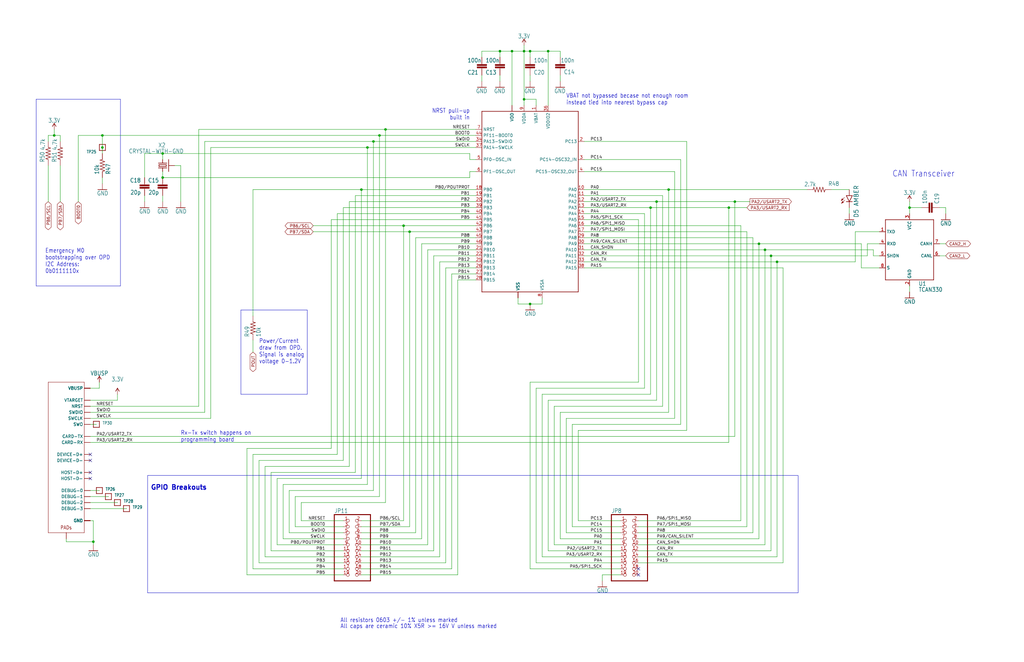
<source format=kicad_sch>
(kicad_sch (version 20250114) (generator "eeschema") (generator_version "9.0")
  (paper "USLedger")
  (title_block (title "OreSat M0 Proto Card: Microcontroller") (date "2024-03-21") (rev "5.0"))
  (rectangle (start 62.23 200.66) (end 336.55 250.19))
  (text "Emergency M0\nbootstrapping over OPD\nI2C Address:\n0b0111110x" (at 19.05 115.57 0) (effects (font (size 1.778 1.5113)) (justify left bottom)))
  (text "Power/Current\ndraw from OPD.\nSignal is analog\nvoltage 0-1.2V" (at 109.22 153.67 0) (effects (font (size 1.778 1.5113)) (justify left bottom)))
  (text "VBAT not bypassed becase not enough room\ninstead tied into nearest bypass cap" (at 238.76 44.45 0) (effects (font (size 1.778 1.5113)) (justify left bottom)))
  (text "GPIO Breakouts" (at 63.5 207.01 0) (effects (font (size 2 2) (thickness 0.4) (bold yes)) (justify left bottom)))
  (text "CAN Transceiver" (at 402.59 74.93 0) (effects (font (size 2.54 2.159)) (justify right bottom)))
  (text "All resistors 0603 +/- 1% unless marked" (at 143.51 262.89 0) (effects (font (size 1.778 1.5113)) (justify left bottom)))
  (text "All caps are ceramic 10% X5R >= 16V V unless marked" (at 143.51 265.43 0) (effects (font (size 1.778 1.5113)) (justify left bottom)))
  (text "NRST pull-up\nbuilt in" (at 198.12 50.8 0) (effects (font (size 1.778 1.5113)) (justify right bottom)))
  (text "Rx-Tx switch happens on\nprogramming board" (at 76.2 186.69 0) (effects (font (size 1.778 1.5113)) (justify left bottom)))
  (junction (at 281.94 80.01))
  (junction (at 383.54 87.63))
  (junction (at 68.58 74.93))
  (junction (at 170.18 95.25))
  (junction (at 157.48 59.69))
  (junction (at 325.12 107.95))
  (junction (at 307.34 87.63))
  (junction (at 172.72 97.79))
  (junction (at 152.4 80.01))
  (junction (at 154.94 62.23))
  (junction (at 160.02 57.15))
  (junction (at 276.86 85.09))
  (junction (at 309.88 85.09))
  (junction (at 220.98 41.91))
  (junction (at 231.14 21.59))
  (junction (at 39.37 228.6))
  (junction (at 220.98 21.59))
  (junction (at 322.58 105.41))
  (junction (at 327.66 110.49))
  (junction (at 223.52 21.59))
  (junction (at 320.04 102.87))
  (junction (at 210.82 21.59))
  (junction (at 162.56 54.61))
  (junction (at 68.58 64.77))
  (junction (at 215.9 21.59))
  (junction (at 274.32 87.63))
  (junction (at 43.18 57.15))
  (junction (at 43.18 62.23))
  (junction (at 223.52 128.27))
  (junction (at 22.86 57.15))
  (no_connect (at 38.1 199.39))
  (no_connect (at 38.1 194.31))
  (no_connect (at 269.24 242.57))
  (no_connect (at 269.24 240.03))
  (no_connect (at 38.1 201.93))
  (no_connect (at 38.1 191.77))
  (wire (pts (xy 269.24 224.79) (xy 317.5 224.79)) (stroke (width 0.1524)))
  (wire (pts (xy 223.52 161.29) (xy 223.52 240.03)) (stroke (width 0.1524)))
  (wire (pts (xy 144.78 87.63) (xy 200.66 87.63)) (stroke (width 0.1524)))
  (wire (pts (xy 124.46 209.55) (xy 160.02 209.55)) (stroke (width 0.1524)))
  (wire (pts (xy 88.9 176.53) (xy 88.9 62.23)) (stroke (width 0.1524)))
  (wire (pts (xy 38.1 171.45) (xy 83.82 171.45)) (stroke (width 0.1524)))
  (wire (pts (xy 200.66 72.39) (xy 198.12 72.39)) (stroke (width 0.1524)))
  (wire (pts (xy 274.32 166.37) (xy 274.32 87.63)) (stroke (width 0.1524)))
  (wire (pts (xy 121.92 207.01) (xy 157.48 207.01)) (stroke (width 0.1524)))
  (wire (pts (xy 383.54 90.17) (xy 383.54 87.63)) (stroke (width 0.1524)))
  (wire (pts (xy 383.54 87.63) (xy 388.62 87.63)) (stroke (width 0.1524)))
  (wire (pts (xy 246.38 90.17) (xy 271.78 90.17)) (stroke (width 0.1524)))
  (wire (pts (xy 368.3 107.95) (xy 368.3 105.41)) (stroke (width 0.1524)))
  (wire (pts (xy 200.66 67.31) (xy 198.12 67.31)) (stroke (width 0.1524)))
  (wire (pts (xy 330.2 237.49) (xy 330.2 113.03)) (stroke (width 0.1524)))
  (wire (pts (xy 27.94 227.33) (xy 27.94 228.6)) (stroke (width 0.1524)))
  (wire (pts (xy 152.4 219.71) (xy 170.18 219.71)) (stroke (width 0.1524)))
  (wire (pts (xy 233.68 229.87) (xy 233.68 171.45)) (stroke (width 0.1524)))
  (wire (pts (xy 162.56 54.61) (xy 162.56 212.09)) (stroke (width 0.1524)))
  (wire (pts (xy 139.7 92.71) (xy 139.7 189.23)) (stroke (width 0.1524)))
  (wire (pts (xy 106.68 240.03) (xy 144.78 240.03)) (stroke (width 0.1524)))
  (wire (pts (xy 365.76 102.87) (xy 365.76 107.95)) (stroke (width 0.1524)))
  (wire (pts (xy 187.96 113.03) (xy 187.96 237.49)) (stroke (width 0.1524)))
  (wire (pts (xy 132.08 97.79) (xy 172.72 97.79)) (stroke (width 0.1524)))
  (polyline (pts (xy 50.8 41.91) (xy 15.24 41.91)) (stroke (width 0.1524) (type solid)))
  (wire (pts (xy 38.1 212.09) (xy 49.53 212.09)) (stroke (width 0.1524)))
  (polyline (pts (xy 50.8 120.65) (xy 50.8 41.91)) (stroke (width 0.1524) (type solid)))
  (wire (pts (xy 170.18 95.25) (xy 170.18 219.71)) (stroke (width 0.1524)))
  (wire (pts (xy 124.46 222.25) (xy 144.78 222.25)) (stroke (width 0.1524)))
  (wire (pts (xy 223.52 128.27) (xy 228.6 128.27)) (stroke (width 0.1524)))
  (wire (pts (xy 370.84 107.95) (xy 368.3 107.95)) (stroke (width 0.1524)))
  (wire (pts (xy 243.84 219.71) (xy 261.62 219.71)) (stroke (width 0.1524)))
  (polyline (pts (xy 15.24 41.91) (xy 15.24 120.65)) (stroke (width 0.1524) (type solid)))
  (wire (pts (xy 22.86 57.15) (xy 25.4 57.15)) (stroke (width 0.1524)))
  (wire (pts (xy 279.4 171.45) (xy 279.4 82.55)) (stroke (width 0.1524)))
  (wire (pts (xy 86.36 173.99) (xy 38.1 173.99)) (stroke (width 0.1524)))
  (wire (pts (xy 182.88 107.95) (xy 182.88 232.41)) (stroke (width 0.1524)))
  (wire (pts (xy 307.34 186.69) (xy 38.1 186.69)) (stroke (width 0.1524)))
  (wire (pts (xy 398.78 87.63) (xy 398.78 90.17)) (stroke (width 0.1524)))
  (wire (pts (xy 243.84 181.61) (xy 289.56 181.61)) (stroke (width 0.1524)))
  (wire (pts (xy 152.4 201.93) (xy 152.4 80.01)) (stroke (width 0.1524)))
  (wire (pts (xy 327.66 110.49) (xy 360.68 110.49)) (stroke (width 0.1524)))
  (wire (pts (xy 200.66 102.87) (xy 177.8 102.87)) (stroke (width 0.1524)))
  (wire (pts (xy 127 219.71) (xy 144.78 219.71)) (stroke (width 0.1524)))
  (wire (pts (xy 287.02 179.07) (xy 287.02 67.31)) (stroke (width 0.1524)))
  (wire (pts (xy 60.96 74.93) (xy 60.96 64.77)) (stroke (width 0.1524)))
  (wire (pts (xy 220.98 44.45) (xy 220.98 41.91)) (stroke (width 0.1524)))
  (wire (pts (xy 180.34 105.41) (xy 180.34 229.87)) (stroke (width 0.1524)))
  (wire (pts (xy 223.52 24.13) (xy 223.52 21.59)) (stroke (width 0.1524)))
  (wire (pts (xy 198.12 74.93) (xy 68.58 74.93)) (stroke (width 0.1524)))
  (wire (pts (xy 284.48 176.53) (xy 284.48 72.39)) (stroke (width 0.1524)))
  (wire (pts (xy 124.46 209.55) (xy 124.46 222.25)) (stroke (width 0.1524)))
  (wire (pts (xy 307.34 87.63) (xy 307.34 186.69)) (stroke (width 0.1524)))
  (wire (pts (xy 104.14 189.23) (xy 104.14 242.57)) (stroke (width 0.1524)))
  (wire (pts (xy 228.6 166.37) (xy 274.32 166.37)) (stroke (width 0.1524)))
  (wire (pts (xy 111.76 234.95) (xy 144.78 234.95)) (stroke (width 0.1524)))
  (wire (pts (xy 220.98 21.59) (xy 220.98 19.05)) (stroke (width 0.1524)))
  (wire (pts (xy 231.14 232.41) (xy 231.14 168.91)) (stroke (width 0.1524)))
  (wire (pts (xy 193.04 242.57) (xy 193.04 118.11)) (stroke (width 0.1524)))
  (wire (pts (xy 314.96 222.25) (xy 314.96 97.79)) (stroke (width 0.1524)))
  (wire (pts (xy 218.44 128.27) (xy 218.44 125.73)) (stroke (width 0.1524)))
  (wire (pts (xy 370.84 102.87) (xy 365.76 102.87)) (stroke (width 0.1524)))
  (wire (pts (xy 175.26 100.33) (xy 200.66 100.33)) (stroke (width 0.1524)))
  (wire (pts (xy 246.38 113.03) (xy 330.2 113.03)) (stroke (width 0.1524)))
  (wire (pts (xy 246.38 87.63) (xy 274.32 87.63)) (stroke (width 0.1524)))
  (wire (pts (xy 307.34 87.63) (xy 314.96 87.63)) (stroke (width 0.1524)))
  (wire (pts (xy 43.18 57.15) (xy 33.02 57.15)) (stroke (width 0.1524)))
  (wire (pts (xy 215.9 44.45) (xy 215.9 21.59)) (stroke (width 0.1524)))
  (wire (pts (xy 269.24 92.71) (xy 269.24 161.29)) (stroke (width 0.1524)))
  (wire (pts (xy 116.84 229.87) (xy 116.84 201.93)) (stroke (width 0.1524)))
  (wire (pts (xy 38.1 219.71) (xy 39.37 219.71)) (stroke (width 0.1524)))
  (wire (pts (xy 269.24 229.87) (xy 322.58 229.87)) (stroke (width 0.1524)))
  (wire (pts (xy 320.04 227.33) (xy 320.04 102.87)) (stroke (width 0.1524)))
  (wire (pts (xy 111.76 196.85) (xy 111.76 234.95)) (stroke (width 0.1524)))
  (wire (pts (xy 152.4 229.87) (xy 180.34 229.87)) (stroke (width 0.1524)))
  (wire (pts (xy 68.58 74.93) (xy 68.58 72.39)) (stroke (width 0.1524)))
  (wire (pts (xy 106.68 191.77) (xy 142.24 191.77)) (stroke (width 0.1524)))
  (wire (pts (xy 106.68 133.35) (xy 106.68 80.01)) (stroke (width 0.1524)))
  (wire (pts (xy 231.14 168.91) (xy 276.86 168.91)) (stroke (width 0.1524)))
  (wire (pts (xy 269.24 161.29) (xy 223.52 161.29)) (stroke (width 0.1524)))
  (wire (pts (xy 20.32 57.15) (xy 22.86 57.15)) (stroke (width 0.1524)))
  (wire (pts (xy 200.66 113.03) (xy 187.96 113.03)) (stroke (width 0.1524)))
  (wire (pts (xy 368.3 105.41) (xy 322.58 105.41)) (stroke (width 0.1524)))
  (wire (pts (xy 312.42 219.71) (xy 312.42 95.25)) (stroke (width 0.1524)))
  (wire (pts (xy 241.3 222.25) (xy 261.62 222.25)) (stroke (width 0.1524)))
  (wire (pts (xy 325.12 107.95) (xy 325.12 232.41)) (stroke (width 0.1524)))
  (wire (pts (xy 317.5 224.79) (xy 317.5 100.33)) (stroke (width 0.1524)))
  (wire (pts (xy 254 242.57) (xy 254 245.11)) (stroke (width 0.1524)))
  (wire (pts (xy 114.3 232.41) (xy 114.3 199.39)) (stroke (width 0.1524)))
  (wire (pts (xy 238.76 176.53) (xy 284.48 176.53)) (stroke (width 0.1524)))
  (wire (pts (xy 320.04 102.87) (xy 363.22 102.87)) (stroke (width 0.1524)))
  (wire (pts (xy 40.64 179.07) (xy 38.1 179.07)) (stroke (width 0.1524)))
  (wire (pts (xy 246.38 100.33) (xy 317.5 100.33)) (stroke (width 0.1524)))
  (wire (pts (xy 363.22 102.87) (xy 363.22 113.03)) (stroke (width 0.1524)))
  (wire (pts (xy 203.2 31.75) (xy 203.2 34.29)) (stroke (width 0.1524)))
  (wire (pts (xy 157.48 59.69) (xy 200.66 59.69)) (stroke (width 0.1524)))
  (wire (pts (xy 383.54 123.19) (xy 383.54 120.65)) (stroke (width 0.1524)))
  (wire (pts (xy 228.6 234.95) (xy 261.62 234.95)) (stroke (width 0.1524)))
  (wire (pts (xy 152.4 80.01) (xy 200.66 80.01)) (stroke (width 0.1524)))
  (wire (pts (xy 127 219.71) (xy 127 212.09)) (stroke (width 0.1524)))
  (wire (pts (xy 38.1 168.91) (xy 49.53 168.91)) (stroke (width 0.1524)))
  (wire (pts (xy 154.94 62.23) (xy 154.94 204.47)) (stroke (width 0.1524)))
  (wire (pts (xy 172.72 97.79) (xy 172.72 222.25)) (stroke (width 0.1524)))
  (wire (pts (xy 231.14 232.41) (xy 261.62 232.41)) (stroke (width 0.1524)))
  (wire (pts (xy 41.91 163.83) (xy 41.91 161.29)) (stroke (width 0.1524)))
  (wire (pts (xy 76.2 85.09) (xy 76.2 69.85)) (stroke (width 0.1524)))
  (wire (pts (xy 157.48 59.69) (xy 157.48 207.01)) (stroke (width 0.1524)))
  (wire (pts (xy 83.82 54.61) (xy 162.56 54.61)) (stroke (width 0.1524)))
  (wire (pts (xy 261.62 242.57) (xy 254 242.57)) (stroke (width 0.1524)))
  (wire (pts (xy 322.58 105.41) (xy 322.58 229.87)) (stroke (width 0.1524)))
  (wire (pts (xy 396.24 87.63) (xy 398.78 87.63)) (stroke (width 0.1524)))
  (wire (pts (xy 152.4 224.79) (xy 175.26 224.79)) (stroke (width 0.1524)))
  (wire (pts (xy 383.54 87.63) (xy 383.54 85.09)) (stroke (width 0.1524)))
  (wire (pts (xy 236.22 21.59) (xy 236.22 24.13)) (stroke (width 0.1524)))
  (wire (pts (xy 226.06 44.45) (xy 226.06 41.91)) (stroke (width 0.1524)))
  (wire (pts (xy 200.66 110.49) (xy 185.42 110.49)) (stroke (width 0.1524)))
  (wire (pts (xy 238.76 224.79) (xy 238.76 176.53)) (stroke (width 0.1524)))
  (wire (pts (xy 104.14 242.57) (xy 144.78 242.57)) (stroke (width 0.1524)))
  (wire (pts (xy 142.24 90.17) (xy 200.66 90.17)) (stroke (width 0.1524)))
  (wire (pts (xy 223.52 240.03) (xy 261.62 240.03)) (stroke (width 0.1524)))
  (wire (pts (xy 246.38 110.49) (xy 327.66 110.49)) (stroke (width 0.1524)))
  (wire (pts (xy 363.22 113.03) (xy 370.84 113.03)) (stroke (width 0.1524)))
  (wire (pts (xy 139.7 189.23) (xy 104.14 189.23)) (stroke (width 0.1524)))
  (wire (pts (xy 236.22 34.29) (xy 236.22 31.75)) (stroke (width 0.1524)))
  (wire (pts (xy 106.68 240.03) (xy 106.68 191.77)) (stroke (width 0.1524)))
  (wire (pts (xy 39.37 219.71) (xy 39.37 228.6)) (stroke (width 0.1524)))
  (wire (pts (xy 39.37 228.6) (xy 39.37 229.87)) (stroke (width 0.1524)))
  (wire (pts (xy 109.22 194.31) (xy 109.22 237.49)) (stroke (width 0.1524)))
  (wire (pts (xy 365.76 107.95) (xy 325.12 107.95)) (stroke (width 0.1524)))
  (wire (pts (xy 154.94 204.47) (xy 119.38 204.47)) (stroke (width 0.1524)))
  (wire (pts (xy 223.52 128.27) (xy 218.44 128.27)) (stroke (width 0.1524)))
  (wire (pts (xy 274.32 87.63) (xy 307.34 87.63)) (stroke (width 0.1524)))
  (wire (pts (xy 200.66 105.41) (xy 180.34 105.41)) (stroke (width 0.1524)))
  (wire (pts (xy 200.66 115.57) (xy 190.5 115.57)) (stroke (width 0.1524)))
  (wire (pts (xy 226.06 41.91) (xy 220.98 41.91)) (stroke (width 0.1524)))
  (wire (pts (xy 83.82 54.61) (xy 83.82 171.45)) (stroke (width 0.1524)))
  (wire (pts (xy 309.88 85.09) (xy 309.88 184.15)) (stroke (width 0.1524)))
  (wire (pts (xy 309.88 85.09) (xy 316.23 85.09)) (stroke (width 0.1524)))
  (wire (pts (xy 147.32 85.09) (xy 147.32 196.85)) (stroke (width 0.1524)))
  (wire (pts (xy 281.94 80.01) (xy 340.36 80.01)) (stroke (width 0.1524)))
  (wire (pts (xy 246.38 95.25) (xy 312.42 95.25)) (stroke (width 0.1524)))
  (wire (pts (xy 38.1 207.01) (xy 41.91 207.01)) (stroke (width 0.1524)))
  (wire (pts (xy 246.38 92.71) (xy 269.24 92.71)) (stroke (width 0.1524)))
  (wire (pts (xy 116.84 201.93) (xy 152.4 201.93)) (stroke (width 0.1524)))
  (wire (pts (xy 210.82 34.29) (xy 210.82 31.75)) (stroke (width 0.1524)))
  (wire (pts (xy 246.38 97.79) (xy 314.96 97.79)) (stroke (width 0.1524)))
  (wire (pts (xy 231.14 21.59) (xy 223.52 21.59)) (stroke (width 0.1524)))
  (wire (pts (xy 160.02 57.15) (xy 200.66 57.15)) (stroke (width 0.1524)))
  (wire (pts (xy 223.52 21.59) (xy 220.98 21.59)) (stroke (width 0.1524)))
  (wire (pts (xy 203.2 21.59) (xy 210.82 21.59)) (stroke (width 0.1524)))
  (wire (pts (xy 226.06 237.49) (xy 261.62 237.49)) (stroke (width 0.1524)))
  (polyline (pts (xy 101.6 166.37) (xy 129.54 166.37)) (stroke (width 0.1524) (type solid)))
  (wire (pts (xy 45.72 209.55) (xy 38.1 209.55)) (stroke (width 0.1524)))
  (wire (pts (xy 25.4 57.15) (xy 25.4 59.69)) (stroke (width 0.1524)))
  (wire (pts (xy 271.78 163.83) (xy 271.78 90.17)) (stroke (width 0.1524)))
  (wire (pts (xy 27.94 228.6) (xy 39.37 228.6)) (stroke (width 0.1524)))
  (wire (pts (xy 190.5 115.57) (xy 190.5 240.03)) (stroke (width 0.1524)))
  (wire (pts (xy 49.53 168.91) (xy 49.53 166.37)) (stroke (width 0.1524)))
  (wire (pts (xy 185.42 110.49) (xy 185.42 234.95)) (stroke (width 0.1524)))
  (wire (pts (xy 68.58 64.77) (xy 68.58 67.31)) (stroke (width 0.1524)))
  (wire (pts (xy 152.4 232.41) (xy 182.88 232.41)) (stroke (width 0.1524)))
  (wire (pts (xy 68.58 85.09) (xy 68.58 82.55)) (stroke (width 0.1524)))
  (wire (pts (xy 246.38 85.09) (xy 276.86 85.09)) (stroke (width 0.1524)))
  (wire (pts (xy 223.52 31.75) (xy 223.52 34.29)) (stroke (width 0.1524)))
  (wire (pts (xy 231.14 21.59) (xy 231.14 44.45)) (stroke (width 0.1524)))
  (wire (pts (xy 210.82 24.13) (xy 210.82 21.59)) (stroke (width 0.1524)))
  (wire (pts (xy 200.66 97.79) (xy 172.72 97.79)) (stroke (width 0.1524)))
  (wire (pts (xy 269.24 232.41) (xy 325.12 232.41)) (stroke (width 0.1524)))
  (wire (pts (xy 396.24 102.87) (xy 398.78 102.87)) (stroke (width 0.1524)))
  (wire (pts (xy 246.38 59.69) (xy 289.56 59.69)) (stroke (width 0.1524)))
  (wire (pts (xy 109.22 237.49) (xy 144.78 237.49)) (stroke (width 0.1524)))
  (wire (pts (xy 144.78 87.63) (xy 144.78 194.31)) (stroke (width 0.1524)))
  (wire (pts (xy 220.98 41.91) (xy 220.98 21.59)) (stroke (width 0.1524)))
  (wire (pts (xy 198.12 67.31) (xy 198.12 64.77)) (stroke (width 0.1524)))
  (wire (pts (xy 243.84 219.71) (xy 243.84 181.61)) (stroke (width 0.1524)))
  (wire (pts (xy 236.22 227.33) (xy 236.22 173.99)) (stroke (width 0.1524)))
  (wire (pts (xy 269.24 227.33) (xy 320.04 227.33)) (stroke (width 0.1524)))
  (wire (pts (xy 200.66 107.95) (xy 182.88 107.95)) (stroke (width 0.1524)))
  (wire (pts (xy 241.3 222.25) (xy 241.3 179.07)) (stroke (width 0.1524)))
  (wire (pts (xy 170.18 95.25) (xy 132.08 95.25)) (stroke (width 0.1524)))
  (wire (pts (xy 289.56 181.61) (xy 289.56 59.69)) (stroke (width 0.1524)))
  (wire (pts (xy 121.92 224.79) (xy 121.92 207.01)) (stroke (width 0.1524)))
  (wire (pts (xy 20.32 59.69) (xy 20.32 57.15)) (stroke (width 0.1524)))
  (wire (pts (xy 246.38 107.95) (xy 325.12 107.95)) (stroke (width 0.1524)))
  (wire (pts (xy 160.02 57.15) (xy 160.02 209.55)) (stroke (width 0.1524)))
  (wire (pts (xy 396.24 107.95) (xy 398.78 107.95)) (stroke (width 0.1524)))
  (wire (pts (xy 236.22 227.33) (xy 261.62 227.33)) (stroke (width 0.1524)))
  (wire (pts (xy 147.32 196.85) (xy 111.76 196.85)) (stroke (width 0.1524)))
  (wire (pts (xy 269.24 219.71) (xy 312.42 219.71)) (stroke (width 0.1524)))
  (wire (pts (xy 114.3 232.41) (xy 144.78 232.41)) (stroke (width 0.1524)))
  (wire (pts (xy 276.86 85.09) (xy 309.88 85.09)) (stroke (width 0.1524)))
  (wire (pts (xy 43.18 62.23) (xy 43.18 57.15)) (stroke (width 0.1524)))
  (wire (pts (xy 200.66 118.11) (xy 193.04 118.11)) (stroke (width 0.1524)))
  (wire (pts (xy 144.78 194.31) (xy 109.22 194.31)) (stroke (width 0.1524)))
  (wire (pts (xy 88.9 176.53) (xy 38.1 176.53)) (stroke (width 0.1524)))
  (wire (pts (xy 198.12 64.77) (xy 68.58 64.77)) (stroke (width 0.1524)))
  (wire (pts (xy 25.4 85.09) (xy 25.4 69.85)) (stroke (width 0.1524)))
  (wire (pts (xy 198.12 72.39) (xy 198.12 74.93)) (stroke (width 0.1524)))
  (wire (pts (xy 246.38 72.39) (xy 284.48 72.39)) (stroke (width 0.1524)))
  (wire (pts (xy 238.76 224.79) (xy 261.62 224.79)) (stroke (width 0.1524)))
  (wire (pts (xy 149.86 199.39) (xy 149.86 82.55)) (stroke (width 0.1524)))
  (polyline (pts (xy 129.54 130.81) (xy 101.6 130.81)) (stroke (width 0.1524) (type solid)))
  (wire (pts (xy 226.06 237.49) (xy 226.06 163.83)) (stroke (width 0.1524)))
  (wire (pts (xy 175.26 224.79) (xy 175.26 100.33)) (stroke (width 0.1524)))
  (wire (pts (xy 360.68 97.79) (xy 360.68 110.49)) (stroke (width 0.1524)))
  (wire (pts (xy 236.22 173.99) (xy 281.94 173.99)) (stroke (width 0.1524)))
  (wire (pts (xy 152.4 242.57) (xy 193.04 242.57)) (stroke (width 0.1524)))
  (wire (pts (xy 246.38 102.87) (xy 320.04 102.87)) (stroke (width 0.1524)))
  (wire (pts (xy 358.14 87.63) (xy 358.14 90.17)) (stroke (width 0.1524)))
  (wire (pts (xy 309.88 184.15) (xy 38.1 184.15)) (stroke (width 0.1524)))
  (wire (pts (xy 106.68 80.01) (xy 152.4 80.01)) (stroke (width 0.1524)))
  (wire (pts (xy 172.72 222.25) (xy 152.4 222.25)) (stroke (width 0.1524)))
  (wire (pts (xy 246.38 80.01) (xy 281.94 80.01)) (stroke (width 0.1524)))
  (polyline (pts (xy 15.24 120.65) (xy 50.8 120.65)) (stroke (width 0.1524) (type solid)))
  (wire (pts (xy 226.06 163.83) (xy 271.78 163.83)) (stroke (width 0.1524)))
  (wire (pts (xy 233.68 171.45) (xy 279.4 171.45)) (stroke (width 0.1524)))
  (wire (pts (xy 20.32 85.09) (xy 20.32 69.85)) (stroke (width 0.1524)))
  (wire (pts (xy 147.32 85.09) (xy 200.66 85.09)) (stroke (width 0.1524)))
  (wire (pts (xy 370.84 97.79) (xy 360.68 97.79)) (stroke (width 0.1524)))
  (wire (pts (xy 114.3 199.39) (xy 149.86 199.39)) (stroke (width 0.1524)))
  (polyline (pts (xy 129.54 166.37) (xy 129.54 130.81)) (stroke (width 0.1524) (type solid)))
  (wire (pts (xy 22.86 57.15) (xy 22.86 54.61)) (stroke (width 0.1524)))
  (wire (pts (xy 33.02 57.15) (xy 33.02 85.09)) (stroke (width 0.1524)))
  (wire (pts (xy 86.36 173.99) (xy 86.36 59.69)) (stroke (width 0.1524)))
  (polyline (pts (xy 101.6 130.81) (xy 101.6 166.37)) (stroke (width 0.1524) (type solid)))
  (wire (pts (xy 119.38 227.33) (xy 144.78 227.33)) (stroke (width 0.1524)))
  (wire (pts (xy 187.96 237.49) (xy 152.4 237.49)) (stroke (width 0.1524)))
  (wire (pts (xy 88.9 62.23) (xy 154.94 62.23)) (stroke (width 0.1524)))
  (wire (pts (xy 116.84 229.87) (xy 144.78 229.87)) (stroke (width 0.1524)))
  (wire (pts (xy 106.68 143.51) (xy 106.68 148.59)) (stroke (width 0.1524)))
  (wire (pts (xy 162.56 54.61) (xy 200.66 54.61)) (stroke (width 0.1524)))
  (wire (pts (xy 228.6 128.27) (xy 228.6 125.73)) (stroke (width 0.1524)))
  (wire (pts (xy 231.14 21.59) (xy 236.22 21.59)) (stroke (width 0.1524)))
  (wire (pts (xy 350.52 80.01) (xy 358.14 80.01)) (stroke (width 0.1524)))
  (wire (pts (xy 43.18 57.15) (xy 160.02 57.15)) (stroke (width 0.1524)))
  (wire (pts (xy 228.6 234.95) (xy 228.6 166.37)) (stroke (width 0.1524)))
  (wire (pts (xy 210.82 21.59) (xy 215.9 21.59)) (stroke (width 0.1524)))
  (wire (pts (xy 43.18 74.93) (xy 43.18 77.47)) (stroke (width 0.1524)))
  (wire (pts (xy 60.96 85.09) (xy 60.96 82.55)) (stroke (width 0.1524)))
  (wire (pts (xy 152.4 227.33) (xy 177.8 227.33)) (stroke (width 0.1524)))
  (wire (pts (xy 203.2 24.13) (xy 203.2 21.59)) (stroke (width 0.1524)))
  (wire (pts (xy 200.66 95.25) (xy 170.18 95.25)) (stroke (width 0.1524)))
  (wire (pts (xy 281.94 173.99) (xy 281.94 80.01)) (stroke (width 0.1524)))
  (wire (pts (xy 119.38 204.47) (xy 119.38 227.33)) (stroke (width 0.1524)))
  (wire (pts (xy 127 212.09) (xy 162.56 212.09)) (stroke (width 0.1524)))
  (wire (pts (xy 152.4 240.03) (xy 190.5 240.03)) (stroke (width 0.1524)))
  (wire (pts (xy 177.8 102.87) (xy 177.8 227.33)) (stroke (width 0.1524)))
  (wire (pts (xy 246.38 82.55) (xy 279.4 82.55)) (stroke (width 0.1524)))
  (wire (pts (xy 149.86 82.55) (xy 200.66 82.55)) (stroke (width 0.1524)))
  (wire (pts (xy 327.66 110.49) (xy 327.66 234.95)) (stroke (width 0.1524)))
  (wire (pts (xy 43.18 64.77) (xy 43.18 62.23)) (stroke (width 0.1524)))
  (wire (pts (xy 139.7 92.71) (xy 200.66 92.71)) (stroke (width 0.1524)))
  (wire (pts (xy 241.3 179.07) (xy 287.02 179.07)) (stroke (width 0.1524)))
  (wire (pts (xy 154.94 62.23) (xy 200.66 62.23)) (stroke (width 0.1524)))
  (wire (pts (xy 215.9 21.59) (xy 220.98 21.59)) (stroke (width 0.1524)))
  (wire (pts (xy 269.24 222.25) (xy 314.96 222.25)) (stroke (width 0.1524)))
  (wire (pts (xy 53.34 214.63) (xy 38.1 214.63)) (stroke (width 0.1524)))
  (wire (pts (xy 276.86 168.91) (xy 276.86 85.09)) (stroke (width 0.1524)))
  (wire (pts (xy 76.2 69.85) (xy 73.66 69.85)) (stroke (width 0.1524)))
  (wire (pts (xy 142.24 191.77) (xy 142.24 90.17)) (stroke (width 0.1524)))
  (wire (pts (xy 269.24 234.95) (xy 327.66 234.95)) (stroke (width 0.1524)))
  (wire (pts (xy 269.24 237.49) (xy 330.2 237.49)) (stroke (width 0.1524)))
  (wire (pts (xy 38.1 163.83) (xy 41.91 163.83)) (stroke (width 0.1524)))
  (wire (pts (xy 233.68 229.87) (xy 261.62 229.87)) (stroke (width 0.1524)))
  (wire (pts (xy 121.92 224.79) (xy 144.78 224.79)) (stroke (width 0.1524)))
  (wire (pts (xy 152.4 234.95) (xy 185.42 234.95)) (stroke (width 0.1524)))
  (wire (pts (xy 246.38 105.41) (xy 322.58 105.41)) (stroke (width 0.1524)))
  (wire (pts (xy 60.96 64.77) (xy 68.58 64.77)) (stroke (width 0.1524)))
  (wire (pts (xy 86.36 59.69) (xy 157.48 59.69)) (stroke (width 0.1524)))
  (wire (pts (xy 246.38 67.31) (xy 287.02 67.31)) (stroke (width 0.1524)))
  (label "PA3/USART2_RX" (at 254 234.95 180) (effects (font (size 1.2446 1.2446))))
  (label "SWDIO" (at 137.16 224.79 180) (effects (font (size 1.2446 1.2446))))
  (label "PB7/SDA" (at 160.02 222.25 0))
  (label "PC13" (at 248.92 59.69 0) (effects (font (size 1.2446 1.2446))))
  (label "PA2/USART2_TX" (at 254 232.41 180) (effects (font (size 1.2446 1.2446))))
  (label "PB0/POUTPROT" (at 198.12 80.01 180) (effects (font (size 1.2446 1.2446))))
  (label "PB2" (at 137.16 234.95 180) (effects (font (size 1.2446 1.2446))))
  (label "CAN_SHDN" (at 276.86 229.87 0) (effects (font (size 1.2446 1.2446))))
  (label "SWCLK" (at 198.12 62.23 180) (effects (font (size 1.2446 1.2446))))
  (label "PB1" (at 137.16 232.41 180) (effects (font (size 1.2446 1.2446))))
  (label "SWDIO" (at 40.64 173.99 0) (effects (font (size 1.2446 1.2446))))
  (label "PA3/USART2_RX" (at 248.92 87.63 0) (effects (font (size 1.2446 1.2446))))
  (label "PA0" (at 248.92 80.01 0) (effects (font (size 1.2446 1.2446))))
  (label "PB6/SCL" (at 160.02 219.71 0))
  (label "SWDIO" (at 198.12 59.69 180) (effects (font (size 1.2446 1.2446))))
  (label "CAN_RX" (at 276.86 232.41 0) (effects (font (size 1.2446 1.2446))))
  (label "PC14" (at 248.92 67.31 0) (effects (font (size 1.2446 1.2446))))
  (label "PA5/SPI1_SCK" (at 254 240.03 180) (effects (font (size 1.2446 1.2446))))
  (label "PA7/SPI1_MOSI" (at 248.92 97.79 0) (effects (font (size 1.2446 1.2446))))
  (label "PB14" (at 198.12 115.57 180) (effects (font (size 1.2446 1.2446))))
  (label "PC13" (at 254 219.71 180) (effects (font (size 1.2446 1.2446))))
  (label "PB9" (at 160.02 227.33 0) (effects (font (size 1.2446 1.2446))))
  (label "CAN_SHDN" (at 248.92 105.41 0) (effects (font (size 1.2446 1.2446))))
  (label "PA15" (at 276.86 237.49 0) (effects (font (size 1.2446 1.2446))))
  (label "PB5" (at 198.12 92.71 180) (effects (font (size 1.2446 1.2446))))
  (label "PA15" (at 248.92 113.03 0) (effects (font (size 1.2446 1.2446))))
  (label "PB14" (at 160.02 240.03 0) (effects (font (size 1.2446 1.2446))))
  (label "PB13" (at 160.02 237.49 0) (effects (font (size 1.2446 1.2446))))
  (label "PA8" (at 248.92 100.33 0) (effects (font (size 1.2446 1.2446))))
  (label "PB8" (at 160.02 224.79 0) (effects (font (size 1.2446 1.2446))))
  (label "PC14" (at 254 222.25 180) (effects (font (size 1.2446 1.2446))))
  (label "PA6/SPI1_MISO" (at 276.86 219.71 0) (effects (font (size 1.2446 1.2446))))
  (label "PB15" (at 198.12 118.11 180) (effects (font (size 1.2446 1.2446))))
  (label "NRESET" (at 40.64 171.45 0) (effects (font (size 1.2446 1.2446))))
  (label "PA5/SPI1_SCK" (at 248.92 92.71 0) (effects (font (size 1.2446 1.2446))))
  (label "PA9/CAN_SILENT" (at 248.92 102.87 0) (effects (font (size 1.2446 1.2446))))
  (label "PC15" (at 254 224.79 180) (effects (font (size 1.2446 1.2446))))
  (label "BOOT0" (at 137.16 222.25 180))
  (label "SWCLK" (at 40.64 176.53 0) (effects (font (size 1.2446 1.2446))))
  (label "PB11" (at 160.02 232.41 0) (effects (font (size 1.2446 1.2446))))
  (label "PB4" (at 198.12 90.17 180) (effects (font (size 1.2446 1.2446))))
  (label "PB3" (at 198.12 87.63 180) (effects (font (size 1.2446 1.2446))))
  (label "PA2/USART2_TX" (at 40.64 184.15 0) (effects (font (size 1.2446 1.2446))))
  (label "CAN_TX" (at 248.92 110.49 0) (effects (font (size 1.2446 1.2446))))
  (label "PC15" (at 248.92 72.39 0) (effects (font (size 1.2446 1.2446))))
  (label "NRESET" (at 198.12 54.61 180))
  (label "PB9" (at 198.12 102.87 180) (effects (font (size 1.2446 1.2446))))
  (label "PA1" (at 248.92 82.55 0) (effects (font (size 1.2446 1.2446))))
  (label "PA4" (at 248.92 90.17 0) (effects (font (size 1.2446 1.2446))))
  (label "PB5" (at 137.16 242.57 180) (effects (font (size 1.2446 1.2446))))
  (label "PB10" (at 160.02 229.87 0) (effects (font (size 1.2446 1.2446))))
  (label "PA4" (at 254 237.49 180) (effects (font (size 1.2446 1.2446))))
  (label "SWCLK" (at 137.16 227.33 180) (effects (font (size 1.2446 1.2446))))
  (label "PB3" (at 137.16 237.49 180) (effects (font (size 1.2446 1.2446))))
  (label "BOOT0" (at 198.12 57.15 180))
  (label "NRESET" (at 137.16 219.71 180) (effects (font (size 1.2446 1.2446))))
  (label "PA9/CAN_SILENT" (at 276.86 227.33 0) (effects (font (size 1.2446 1.2446))))
  (label "PB10" (at 198.12 105.41 180) (effects (font (size 1.2446 1.2446))))
  (label "PA1" (at 254 229.87 180) (effects (font (size 1.2446 1.2446))))
  (label "PA0" (at 254 227.33 180) (effects (font (size 1.2446 1.2446))))
  (label "PB13" (at 198.12 113.03 180) (effects (font (size 1.2446 1.2446))))
  (label "PB4" (at 137.16 240.03 180) (effects (font (size 1.2446 1.2446))))
  (label "PB2" (at 198.12 85.09 180) (effects (font (size 1.2446 1.2446))))
  (label "PA6/SPI1_MISO" (at 248.92 95.25 0) (effects (font (size 1.2446 1.2446))))
  (label "PA3/USART2_RX" (at 40.64 186.69 0) (effects (font (size 1.2446 1.2446))))
  (label "CAN_RX" (at 248.92 107.95 0) (effects (font (size 1.2446 1.2446))))
  (label "PA7/SPI1_MOSI" (at 276.86 222.25 0) (effects (font (size 1.2446 1.2446))))
  (label "PB0/POUTPROT" (at 137.16 229.87 180) (effects (font (size 1.2446 1.2446))))
  (label "PB15" (at 160.02 242.57 0) (effects (font (size 1.2446 1.2446))))
  (label "PB11" (at 198.12 107.95 180) (effects (font (size 1.2446 1.2446))))
  (label "PB12" (at 160.02 234.95 0) (effects (font (size 1.2446 1.2446))))
  (label "PB1" (at 198.12 82.55 180) (effects (font (size 1.2446 1.2446))))
  (label "PA8" (at 276.86 224.79 0) (effects (font (size 1.2446 1.2446))))
  (label "PA2/USART2_TX" (at 248.92 85.09 0) (effects (font (size 1.2446 1.2446))))
  (label "CAN_TX" (at 276.86 234.95 0) (effects (font (size 1.2446 1.2446))))
  (label "PB12" (at 198.12 110.49 180) (effects (font (size 1.2446 1.2446))))
  (label "PB8" (at 198.12 100.33 180) (effects (font (size 1.2446 1.2446))))
  (global_label "PB7/SDA" (shape bidirectional) (at 25.4 85.09 270) (effects (font (size 1.2446 1.2446))) (property "Intersheetrefs" "${INTERSHEET_REFS}" (at 25.4 97.5793 90) (effects (justify right))))
  (global_label "PA2{slash}USART2_TX" (shape output) (at 316.23 85.09 0) (property "Intersheetrefs" "${INTERSHEET_REFS}" (at 334.2548 85.09 0) (effects (justify left))))
  (global_label "PA3{slash}USART2_RX" (shape input) (at 314.96 87.63 0) (property "Intersheetrefs" "${INTERSHEET_REFS}" (at 316.2845 87.5506 0) (effects (justify left))))
  (global_label "PB7/SDA" (shape bidirectional) (at 132.08 97.79 180) (effects (font (size 1.2446 1.2446))) (property "Intersheetrefs" "${INTERSHEET_REFS}" (at 119.5907 97.79 0) (effects (justify right))))
  (global_label "PB6/SCL" (shape bidirectional) (at 20.32 85.09 270) (effects (font (size 1.2446 1.2446))) (property "Intersheetrefs" "${INTERSHEET_REFS}" (at 20.32 97.52 90) (effects (justify right))))
  (global_label "PB6/SCL" (shape bidirectional) (at 132.08 95.25 180) (effects (font (size 1.2446 1.2446))) (property "Intersheetrefs" "${INTERSHEET_REFS}" (at 119.65 95.25 0) (effects (justify right))))
  (global_label "CAN2_L" (shape bidirectional) (at 398.78 107.95 0) (effects (font (size 1.2446 1.2446))) (property "Intersheetrefs" "${INTERSHEET_REFS}" (at 409.5506 107.95 0) (effects (justify left))))
  (global_label "CAN2_H" (shape bidirectional) (at 398.78 102.87 0) (effects (font (size 1.2446 1.2446))) (property "Intersheetrefs" "${INTERSHEET_REFS}" (at 409.847 102.87 0) (effects (justify left))))
  (global_label "BOOT0" (shape bidirectional) (at 33.02 85.09 270) (effects (font (size 1.2446 1.2446))) (property "Intersheetrefs" "${INTERSHEET_REFS}" (at 33.02 95.0902 90) (effects (justify right))))
  (global_label "POUT" (shape bidirectional) (at 106.68 148.59 270) (effects (font (size 1.2446 1.2446))) (property "Intersheetrefs" "${INTERSHEET_REFS}" (at 106.68 157.4049 90) (effects (justify right))))
  (symbol (lib_id "oresat-proto-card-eagle-import:TEST-POINT-LARGE-SQUARE") (at 49.53 212.09 0) (mirror x) (unit 1)
    (property "Reference" "TP28" (at 52.07 210.82 0) (effects (font (size 1.27 1.0795)) (justify left bottom)))
    (property "Value" "TEST-POINT-LARGE-SQUARE" (effects (hide yes)))
    (property "Footprint" "oresat-proto-card:1X01" (effects (hide yes)))
  )
  (symbol (lib_id "oresat-proto-card-eagle-import:ORESAT-DEBUG-CONNECTOR-ALL") (at 26.67 191.77 0) (unit 1)
    (property "Reference" "J7" (effects (hide yes)))
    (property "Value" "ORESAT-DEBUG-CONNECTOR-ALL" (effects (hide yes)))
    (property "Footprint" "oresat-proto-card:TE_2-1734592-0" (effects (hide yes)))
  )
  (symbol (lib_id "oresat-proto-card-eagle-import:R-US_0603-C-NOSILK") (at 345.44 80.01 180) (unit 1)
    (property "Reference" "R48" (at 349.25 78.5114 0) (effects (font (size 1.778 1.5113)) (justify right top)))
    (property "Value" "2.7k" (at 339.09 78.74 0) (effects (font (size 1.778 1.5113)) (justify right top)))
    (property "Footprint" "oresat-passives:0603-C-NOSILK" (effects (hide yes)))
    (property "DIS" "Digi-Key" (effects (hide yes)))
    (property "DPN" "A129632CT-ND" (effects (hide yes)))
    (property "MFR" "TE Connectivity" (effects (hide yes)))
    (property "MPN" "CRGCQ0402F2K7" (effects (hide yes)))
  )
  (symbol (lib_id "oresat-proto-card-eagle-import:GND") (at 203.2 36.83 0) (unit 1)
    (property "Reference" "#GND064" (effects (hide yes)))
    (property "Value" "GND" (at 200.66 39.37 0) (effects (font (size 1.778 1.5113)) (justify left bottom)))
  )
  (symbol (lib_id "oresat-proto-card-eagle-import:3.3V") (at 220.98 19.05 0) (mirror y) (unit 1)
    (property "Reference" "#SUPPLY05" (effects (hide yes)))
    (property "Value" "3.3V" (at 220.98 16.256 0) (effects (font (size 1.778 1.5113)) (justify bottom)))
  )
  (symbol (lib_id "oresat-proto-card-eagle-import:C-EU0603-C-NOSILK") (at 210.82 29.21 0) (mirror x) (unit 1)
    (property "Reference" "C13" (at 204.724 29.591 0) (effects (font (size 1.778 1.5113)) (justify left bottom)))
    (property "Value" "100n" (at 204.724 24.511 0) (effects (font (size 1.778 1.5113)) (justify left bottom)))
    (property "Footprint" "oresat-passives:0603-C-NOSILK" (effects (hide yes)))
    (property "DIS" "Digi-Key" (effects (hide yes)))
    (property "DPN" "1276-1001-1-ND" (effects (hide yes)))
    (property "MFR" "Samsung" (effects (hide yes)))
    (property "MPN" "CL05B104KO5NNNC" (effects (hide yes)))
  )
  (symbol (lib_id "oresat-proto-card-eagle-import:CRYSTAL-WITH-GND") (at 68.58 69.85 90) (mirror x) (unit 1)
    (property "Reference" "X2" (at 69.85 62.23 90) (effects (font (size 1.778 1.5113)) (justify left bottom)))
    (property "Value" "CRYSTAL-WITH-GND" (at 77.47 64.77 90) (effects (font (size 1.778 1.5113)) (justify left bottom)))
    (property "Footprint" "oresat-proto-card:CRYSTAL_2.5X2" (effects (hide yes)))
    (property "DIS" "Digi-Key" (effects (hide yes)))
    (property "DPN" "XC2181CT-ND" (effects (hide yes)))
    (property "MFR" "ECS Inc." (effects (hide yes)))
    (property "MPN" "ECS-160-10-36Q-ES-TR" (effects (hide yes)))
  )
  (symbol (lib_id "oresat-proto-card-eagle-import:GND") (at 223.52 36.83 0) (unit 1)
    (property "Reference" "#GND058" (effects (hide yes)))
    (property "Value" "GND" (at 220.98 39.37 0) (effects (font (size 1.778 1.5113)) (justify left bottom)))
  )
  (symbol (lib_id "oresat-proto-card-eagle-import:VBUSP") (at 41.91 161.29 0) (unit 1)
    (property "Reference" "#VBUSP05" (effects (hide yes)))
    (property "Value" "VBUSP" (at 41.91 158.496 0) (effects (font (size 1.778 1.5113)) (justify bottom)))
  )
  (symbol (lib_id "oresat-proto-card-eagle-import:PINHD-2X10") (at 264.16 229.87 0) (unit 1)
    (property "Reference" "JP8" (at 257.81 216.535 0) (effects (font (size 1.778 1.5113)) (justify left bottom)))
    (property "Value" "PINHD-2X10" (effects (hide yes)))
    (property "Footprint" "oresat-proto-card:2X10" (effects (hide yes)))
    (property "DIS" "Digi-Key" (effects (hide yes)))
    (property "DNP" "609-3221-ND" (effects (hide yes)))
    (property "MFR" "Amphenol" (effects (hide yes)))
    (property "MPN" "67996-420HLF" (effects (hide yes)))
  )
  (symbol (lib_id "oresat-proto-card-eagle-import:TCAN330") (at 383.54 105.41 0) (unit 1)
    (property "Reference" "U1" (at 387.35 120.65 0) (effects (font (size 1.778 1.5113)) (justify left bottom)))
    (property "Value" "TCAN330" (at 387.35 123.19 0) (effects (font (size 1.778 1.5113)) (justify left bottom)))
    (property "Footprint" "oresat-proto-card:SOT23-8_TI-DCN" (effects (hide yes)))
    (property "DIS" "Digi-Key" (effects (hide yes)))
    (property "DPN" "296-44211-1-ND" (effects (hide yes)))
    (property "MFR" "Texas Instruments" (effects (hide yes)))
    (property "MPN" "TCAN330GDCNT" (effects (hide yes)))
  )
  (symbol (lib_id "oresat-proto-card-eagle-import:TEST-POINT-LARGE-SQUARE") (at 45.72 209.55 0) (mirror x) (unit 1)
    (property "Reference" "TP27" (at 48.26 208.28 0) (effects (font (size 1.27 1.0795)) (justify left bottom)))
    (property "Value" "TEST-POINT-LARGE-SQUARE" (effects (hide yes)))
    (property "Footprint" "oresat-proto-card:1X01" (effects (hide yes)))
  )
  (symbol (lib_id "oresat-proto-card-eagle-import:3.3V") (at 49.53 166.37 0) (mirror y) (unit 1)
    (property "Reference" "#SUPPLY010" (effects (hide yes)))
    (property "Value" "3.3V" (at 49.53 161.036 0) (effects (font (size 1.778 1.5113)) (justify bottom)))
  )
  (symbol (lib_id "oresat-proto-card-eagle-import:TEST-POINT-LARGE-SQUARE") (at 53.34 214.63 0) (mirror x) (unit 1)
    (property "Reference" "TP29" (at 55.88 213.36 0) (effects (font (size 1.27 1.0795)) (justify left bottom)))
    (property "Value" "TEST-POINT-LARGE-SQUARE" (effects (hide yes)))
    (property "Footprint" "oresat-proto-card:1X01" (effects (hide yes)))
  )
  (symbol (lib_id "oresat-proto-card-eagle-import:PINHD-2X10") (at 147.32 229.87 0) (unit 1)
    (property "Reference" "JP11" (at 140.97 216.535 0) (effects (font (size 1.778 1.5113)) (justify left bottom)))
    (property "Value" "PINHD-2X10" (effects (hide yes)))
    (property "Footprint" "oresat-proto-card:2X10" (effects (hide yes)))
    (property "DIS" "Digi-Key" (effects (hide yes)))
    (property "DNP" "609-3221-ND" (effects (hide yes)))
    (property "MFR" "Amphenol" (effects (hide yes)))
    (property "MPN" "67996-420HLF" (effects (hide yes)))
  )
  (symbol (lib_id "oresat-proto-card-eagle-import:C-EU0603-C-NOSILK") (at 393.7 87.63 270) (mirror x) (unit 1)
    (property "Reference" "C19" (at 394.081 86.106 0) (effects (font (size 1.778 1.5113)) (justify left bottom)))
    (property "Value" "100n" (at 389.001 86.106 0) (effects (font (size 1.778 1.5113)) (justify left bottom)))
    (property "Footprint" "oresat-passives:0603-C-NOSILK" (effects (hide yes)))
    (property "DIS" "Digi-Key" (effects (hide yes)))
    (property "DPN" "1276-1001-1-ND" (effects (hide yes)))
    (property "MFR" "Samsung" (effects (hide yes)))
    (property "MPN" "CL05B104KO5NNNC" (effects (hide yes)))
  )
  (symbol (lib_id "oresat-proto-card-eagle-import:LED-GREEN0603") (at 358.14 82.55 0) (unit 1)
    (property "Reference" "D5" (at 360.045 91.948 90) (effects (font (size 1.778 1.778)) (justify left top)))
    (property "Value" "AMBER" (at 360.045 87.122 90) (effects (font (size 1.778 1.778)) (justify left top)))
    (property "Footprint" "oresat-proto-card:LED-0603" (effects (hide yes)))
    (property "DIS" "Digi-Key" (effects (hide yes)))
    (property "DPN" "1830-1064-1-ND" (effects (hide yes)))
    (property "MFR" "Inolux" (effects (hide yes)))
    (property "MPN" "IN-S63AT5A" (effects (hide yes)))
  )
  (symbol (lib_id "oresat-proto-card-eagle-import:GND") (at 236.22 36.83 0) (unit 1)
    (property "Reference" "#GND060" (effects (hide yes)))
    (property "Value" "GND" (at 233.68 39.37 0) (effects (font (size 1.778 1.5113)) (justify left bottom)))
  )
  (symbol (lib_id "oresat-proto-card-eagle-import:STM32F091C") (at 223.52 85.09 0) (mirror y) (unit 1)
    (property "Reference" "U7" (effects (hide yes)))
    (property "Value" "STM32F091C" (effects (hide yes)))
    (property "Footprint" "oresat-proto-card:STM32F091C" (effects (hide yes)))
    (property "DIS" "Digi-Key" (effects (hide yes)))
    (property "DPN" "497-18516-ND" (effects (hide yes)))
    (property "MFR" "STMicroelectronics" (effects (hide yes)))
    (property "MPN" "STM32F042K6T7" (effects (hide yes)))
  )
  (symbol (lib_id "oresat-proto-card-eagle-import:R-US_0603-C-NOSILK") (at 43.18 69.85 270) (mirror x) (unit 1)
    (property "Reference" "R47" (at 44.6786 73.66 0) (effects (font (size 1.778 1.5113)) (justify left bottom)))
    (property "Value" "10k" (at 39.878 73.66 0) (effects (font (size 1.778 1.5113)) (justify left bottom)))
    (property "Footprint" "oresat-passives:0603-C-NOSILK" (effects (hide yes)))
    (property "DIS" "Digi-Key" (effects (hide yes)))
    (property "DPN" "311-10.0KLRCT-ND" (effects (hide yes)))
    (property "MFR" "Yageo" (effects (hide yes)))
    (property "MPN" "RC0402FR-0710KL" (effects (hide yes)))
  )
  (symbol (lib_id "oresat-proto-card-eagle-import:GND") (at 383.54 125.73 0) (mirror y) (unit 1)
    (property "Reference" "#GND057" (effects (hide yes)))
    (property "Value" "GND" (at 386.08 128.27 0) (effects (font (size 1.778 1.5113)) (justify left bottom)))
  )
  (symbol (lib_id "oresat-proto-card-eagle-import:GND") (at 223.52 130.81 0) (mirror y) (unit 1)
    (property "Reference" "#GND045" (effects (hide yes)))
    (property "Value" "GND" (at 226.06 133.35 0) (effects (font (size 1.778 1.5113)) (justify left bottom)))
  )
  (symbol (lib_id "oresat-proto-card-eagle-import:GND") (at 43.18 80.01 0) (mirror y) (unit 1)
    (property "Reference" "#GND061" (effects (hide yes)))
    (property "Value" "GND" (at 45.72 82.55 0) (effects (font (size 1.778 1.5113)) (justify left bottom)))
  )
  (symbol (lib_id "oresat-proto-card-eagle-import:C-EU0603-C-NOSILK") (at 60.96 77.47 0) (mirror y) (unit 1)
    (property "Reference" "C18" (at 59.436 77.089 0) (effects (font (size 1.778 1.5113)) (justify left bottom)))
    (property "Value" "20p" (at 59.436 82.169 0) (effects (font (size 1.778 1.5113)) (justify left bottom)))
    (property "Footprint" "oresat-passives:0603-C-NOSILK" (effects (hide yes)))
    (property "DIS" "Digi-Key" (effects (hide yes)))
    (property "DPN" "1276-6601-1-ND" (effects (hide yes)))
    (property "MFR" "Samsung" (effects (hide yes)))
    (property "MPN" "CL05C200JB51PNC" (effects (hide yes)))
  )
  (symbol (lib_id "oresat-proto-card-eagle-import:C-EU0603-C-NOSILK") (at 236.22 29.21 180) (unit 1)
    (property "Reference" "C14" (at 237.744 31.369 0) (effects (font (size 1.778 1.5113)) (justify right top)))
    (property "Value" "100n" (at 242.316 24.511 0) (effects (font (size 1.778 1.5113)) (justify left bottom)))
    (property "Footprint" "oresat-passives:0603-C-NOSILK" (effects (hide yes)))
    (property "DIS" "Digi-Key" (effects (hide yes)))
    (property "DPN" "1276-1001-1-ND" (effects (hide yes)))
    (property "MFR" "Samsung" (effects (hide yes)))
    (property "MPN" "CL05B104KO5NNNC" (effects (hide yes)))
  )
  (symbol (lib_id "oresat-proto-card-eagle-import:3.3V") (at 383.54 85.09 0) (mirror y) (unit 1)
    (property "Reference" "#SUPPLY09" (effects (hide yes)))
    (property "Value" "3.3V" (at 383.54 82.296 0) (effects (font (size 1.778 1.5113)) (justify bottom)))
  )
  (symbol (lib_id "oresat-proto-card-eagle-import:GND") (at 210.82 36.83 0) (unit 1)
    (property "Reference" "#GND059" (effects (hide yes)))
    (property "Value" "GND" (at 208.28 39.37 0) (effects (font (size 1.778 1.5113)) (justify left bottom)))
  )
  (symbol (lib_id "oresat-proto-card-eagle-import:GND") (at 60.96 87.63 0) (mirror y) (unit 1)
    (property "Reference" "#GND055" (effects (hide yes)))
    (property "Value" "GND" (at 63.5 90.17 0) (effects (font (size 1.778 1.5113)) (justify left bottom)))
  )
  (symbol (lib_id "oresat-proto-card-eagle-import:TEST-POINT-LARGE-SQUARE") (at 40.64 179.07 0) (mirror x) (unit 1)
    (property "Reference" "TP30" (at 43.18 177.8 0) (effects (font (size 1.27 1.0795)) (justify left bottom)))
    (property "Value" "TEST-POINT-LARGE-SQUARE" (effects (hide yes)))
    (property "Footprint" "oresat-proto-card:1X01" (effects (hide yes)))
  )
  (symbol (lib_id "oresat-proto-card-eagle-import:GND") (at 39.37 232.41 0) (mirror y) (unit 1)
    (property "Reference" "#GND063" (effects (hide yes)))
    (property "Value" "GND" (at 41.91 234.95 0) (effects (font (size 1.778 1.5113)) (justify left bottom)))
  )
  (symbol (lib_id "oresat-proto-card-eagle-import:C-EU0603-C-NOSILK") (at 203.2 29.21 0) (mirror x) (unit 1)
    (property "Reference" "C21" (at 197.104 29.591 0) (effects (font (size 1.778 1.5113)) (justify left bottom)))
    (property "Value" "100n" (at 197.104 24.511 0) (effects (font (size 1.778 1.5113)) (justify left bottom)))
    (property "Footprint" "oresat-passives:0603-C-NOSILK" (effects (hide yes)))
    (property "DIS" "Digi-Key" (effects (hide yes)))
    (property "DPN" "1276-1001-1-ND" (effects (hide yes)))
    (property "MFR" "Samsung" (effects (hide yes)))
    (property "MPN" "CL05B104KO5NNNC" (effects (hide yes)))
  )
  (symbol (lib_id "oresat-proto-card-eagle-import:GND") (at 254 247.65 0) (mirror y) (unit 1)
    (property "Reference" "#GND065" (effects (hide yes)))
    (property "Value" "GND" (at 256.54 250.19 0) (effects (font (size 1.778 1.5113)) (justify left bottom)))
  )
  (symbol (lib_id "oresat-proto-card-eagle-import:C-EU0603-C-NOSILK") (at 223.52 29.21 0) (mirror x) (unit 1)
    (property "Reference" "C20" (at 225.044 29.591 0) (effects (font (size 1.778 1.5113)) (justify left bottom)))
    (property "Value" "100n" (at 225.044 24.511 0) (effects (font (size 1.778 1.5113)) (justify left bottom)))
    (property "Footprint" "oresat-passives:0603-C-NOSILK" (effects (hide yes)))
    (property "DIS" "Digi-Key" (effects (hide yes)))
    (property "DPN" "1276-1001-1-ND" (effects (hide yes)))
    (property "MFR" "Samsung" (effects (hide yes)))
    (property "MPN" "CL05B104KO5NNNC" (effects (hide yes)))
  )
  (symbol (lib_id "oresat-proto-card-eagle-import:R-US_0603-C-NOSILK") (at 20.32 64.77 90) (unit 1)
    (property "Reference" "R50" (at 18.8214 68.58 0) (effects (font (size 1.778 1.5113)) (justify left bottom)))
    (property "Value" "4.7k" (at 19.05 63.5 0) (effects (font (size 1.778 1.5113)) (justify left bottom)))
    (property "Footprint" "oresat-passives:0603-C-NOSILK" (effects (hide yes)))
    (property "DIS" "Digi-Key" (effects (hide yes)))
    (property "DPN" "A129632CT-ND" (effects (hide yes)))
    (property "MFR" "TE Connectivity" (effects (hide yes)))
    (property "MPN" "CRGCQ0402F2K7" (effects (hide yes)))
  )
  (symbol (lib_id "oresat-proto-card-eagle-import:3.3V") (at 22.86 54.61 0) (mirror y) (unit 1)
    (property "Reference" "#SUPPLY012" (effects (hide yes)))
    (property "Value" "3.3V" (at 22.86 51.816 0) (effects (font (size 1.778 1.5113)) (justify bottom)))
  )
  (symbol (lib_id "oresat-proto-card-eagle-import:C-EU0603-C-NOSILK") (at 68.58 77.47 0) (mirror y) (unit 1)
    (property "Reference" "C15" (at 67.056 77.089 0) (effects (font (size 1.778 1.5113)) (justify left bottom)))
    (property "Value" "20p" (at 67.056 82.169 0) (effects (font (size 1.778 1.5113)) (justify left bottom)))
    (property "Footprint" "oresat-passives:0603-C-NOSILK" (effects (hide yes)))
    (property "DIS" "Digi-Key" (effects (hide yes)))
    (property "DPN" "1276-6601-1-ND" (effects (hide yes)))
    (property "MFR" "Samsung" (effects (hide yes)))
    (property "MPN" "CL05C200JB51PNC" (effects (hide yes)))
  )
  (symbol (lib_id "oresat-proto-card-eagle-import:TEST-POINT-LARGE-SQUARE") (at 41.91 207.01 0) (mirror x) (unit 1)
    (property "Reference" "TP26" (at 44.45 205.74 0) (effects (font (size 1.27 1.0795)) (justify left bottom)))
    (property "Value" "TEST-POINT-LARGE-SQUARE" (effects (hide yes)))
    (property "Footprint" "oresat-proto-card:1X01" (effects (hide yes)))
  )
  (symbol (lib_id "oresat-proto-card-eagle-import:GND") (at 76.2 87.63 0) (mirror y) (unit 1)
    (property "Reference" "#GND051" (effects (hide yes)))
    (property "Value" "GND" (at 78.74 90.17 0) (effects (font (size 1.778 1.5113)) (justify left bottom)))
  )
  (symbol (lib_id "oresat-proto-card-eagle-import:GND") (at 68.58 87.63 0) (mirror y) (unit 1)
    (property "Reference" "#GND054" (effects (hide yes)))
    (property "Value" "GND" (at 71.12 90.17 0) (effects (font (size 1.778 1.5113)) (justify left bottom)))
  )
  (symbol (lib_id "oresat-proto-card-eagle-import:R-US_0603-C-NOSILK") (at 106.68 138.43 90) (unit 1)
    (property "Reference" "R49" (at 105.1814 142.24 0) (effects (font (size 1.778 1.5113)) (justify left bottom)))
    (property "Value" "10k" (at 109.982 142.24 0) (effects (font (size 1.778 1.5113)) (justify left bottom)))
    (property "Footprint" "oresat-passives:0603-C-NOSILK" (effects (hide yes)))
    (property "DIS" "Digi-Key" (effects (hide yes)))
    (property "DPN" "311-10.0KLRCT-ND" (effects (hide yes)))
    (property "MFR" "Yageo" (effects (hide yes)))
    (property "MPN" "RC0402FR-0710KL" (effects (hide yes)))
  )
  (symbol (lib_id "oresat-proto-card-eagle-import:GND") (at 358.14 92.71 0) (mirror y) (unit 1)
    (property "Reference" "#GND062" (effects (hide yes)))
    (property "Value" "GND" (at 360.68 95.25 0) (effects (font (size 1.778 1.5113)) (justify left bottom)))
  )
  (symbol (lib_id "oresat-proto-card-eagle-import:R-US_0603-C-NOSILK") (at 25.4 64.77 90) (unit 1)
    (property "Reference" "R51" (at 23.9014 68.58 0) (effects (font (size 1.778 1.5113)) (justify left bottom)))
    (property "Value" "4.7k" (at 24.13 63.5 0) (effects (font (size 1.778 1.5113)) (justify left bottom)))
    (property "Footprint" "oresat-passives:0603-C-NOSILK" (effects (hide yes)))
    (property "DIS" "Digi-Key" (effects (hide yes)))
    (property "DPN" "A129632CT-ND" (effects (hide yes)))
    (property "MFR" "TE Connectivity" (effects (hide yes)))
    (property "MPN" "CRGCQ0402F2K7" (effects (hide yes)))
  )
  (symbol (lib_id "oresat-proto-card-eagle-import:GND") (at 398.78 92.71 0) (mirror y) (unit 1)
    (property "Reference" "#GND056" (effects (hide yes)))
    (property "Value" "GND" (at 401.32 95.25 0) (effects (font (size 1.778 1.5113)) (justify left bottom)))
  )
  (symbol (lib_id "oresat-proto-card-eagle-import:TEST-POINT-LARGE-SQUARE") (at 43.18 62.23 0) (mirror y) (unit 1)
    (property "Reference" "TP25" (at 40.64 64.77 0) (effects (font (size 1.27 1.0795)) (justify left bottom)))
    (property "Value" "TEST-POINT-LARGE-SQUARE" (effects (hide yes)))
    (property "Footprint" "oresat-proto-card:1X01" (effects (hide yes)))
  )
)
</source>
